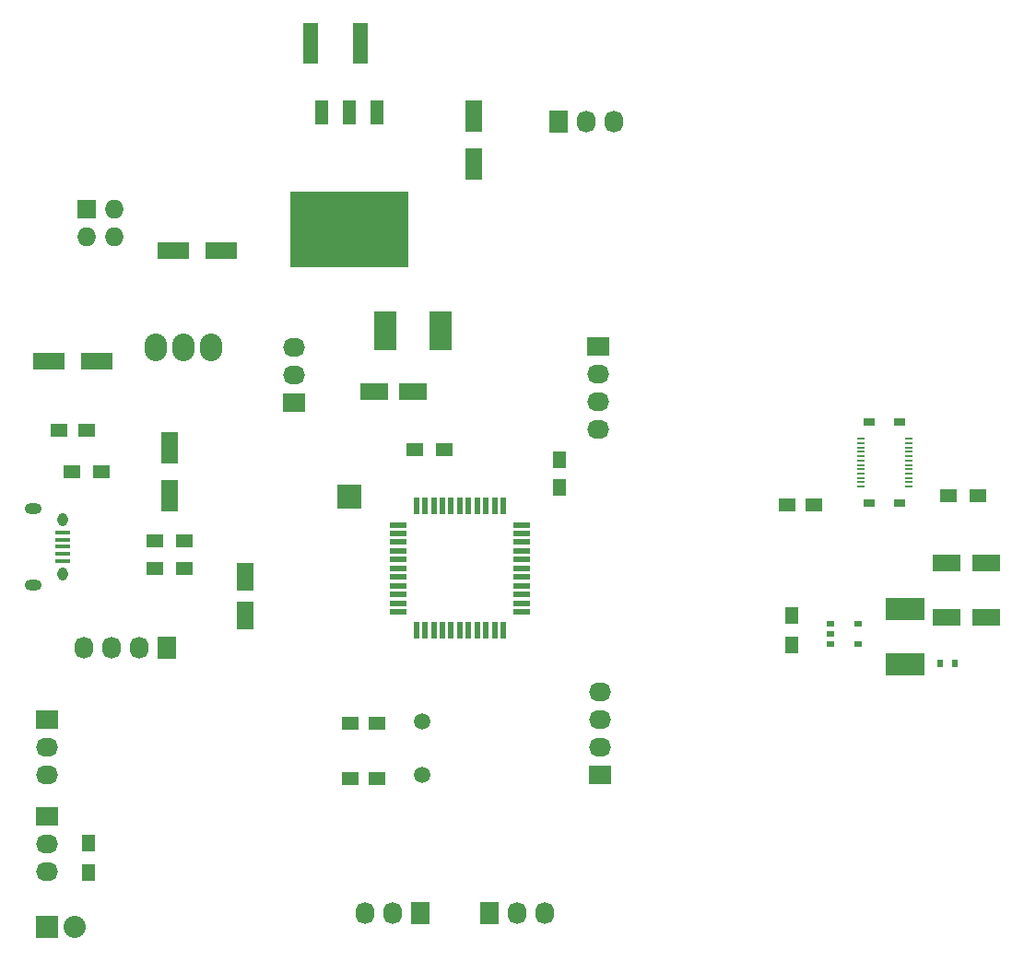
<source format=gts>
G04 #@! TF.FileFunction,Soldermask,Top*
%FSLAX46Y46*%
G04 Gerber Fmt 4.6, Leading zero omitted, Abs format (unit mm)*
G04 Created by KiCad (PCBNEW 0.201501102116+5363~20~ubuntu14.04.1-product) date Wed 21 Jan 2015 18:10:41 CET*
%MOMM*%
G01*
G04 APERTURE LIST*
%ADD10C,0.100000*%
%ADD11R,1.500000X1.250000*%
%ADD12R,1.500000X1.300000*%
%ADD13R,1.250000X1.500000*%
%ADD14R,1.350000X0.400000*%
%ADD15O,0.950000X1.250000*%
%ADD16O,1.550000X1.000000*%
%ADD17R,1.397000X3.810000*%
%ADD18R,0.600000X0.700000*%
%ADD19R,2.032000X3.556000*%
%ADD20R,3.556000X2.032000*%
%ADD21R,2.032000X1.727200*%
%ADD22O,2.032000X1.727200*%
%ADD23R,2.235200X2.235200*%
%ADD24R,1.727200X2.032000*%
%ADD25O,1.727200X2.032000*%
%ADD26R,1.727200X1.727200*%
%ADD27O,1.727200X1.727200*%
%ADD28R,2.032000X2.032000*%
%ADD29O,2.032000X2.032000*%
%ADD30R,1.300000X1.500000*%
%ADD31R,1.143000X2.286000*%
%ADD32R,10.800080X6.997700*%
%ADD33R,1.500000X0.550000*%
%ADD34R,0.550000X1.500000*%
%ADD35R,0.762000X0.508000*%
%ADD36O,2.032000X2.540000*%
%ADD37C,1.501140*%
%ADD38R,2.600960X1.600200*%
%ADD39R,1.600200X2.999740*%
%ADD40R,1.600200X2.600960*%
%ADD41R,2.999740X1.600200*%
%ADD42O,0.800000X0.200000*%
%ADD43R,0.800000X0.200000*%
%ADD44R,1.000000X0.800000*%
G04 APERTURE END LIST*
D10*
D11*
X149158000Y-131508000D03*
X146658000Y-131508000D03*
D12*
X155298000Y-101282000D03*
X152598000Y-101282000D03*
D11*
X149158000Y-126428000D03*
X146658000Y-126428000D03*
X189275000Y-106371500D03*
X186775000Y-106371500D03*
D13*
X165927000Y-104764000D03*
X165927000Y-102264000D03*
D11*
X122432000Y-99504000D03*
X119932000Y-99504000D03*
D14*
X120215000Y-108927000D03*
X120215000Y-109577000D03*
X120215000Y-110227000D03*
X120215000Y-110877000D03*
X120215000Y-111527000D03*
D15*
X120215000Y-107727000D03*
X120215000Y-112727000D03*
D16*
X117515000Y-106727000D03*
X117515000Y-113727000D03*
D17*
X147598000Y-63944000D03*
X143026000Y-63944000D03*
D18*
X200850500Y-120976500D03*
X202250500Y-120976500D03*
D19*
X149884000Y-90360000D03*
X154964000Y-90360000D03*
D20*
X197677000Y-115960000D03*
X197677000Y-121040000D03*
D21*
X118810000Y-135010000D03*
D22*
X118810000Y-137550000D03*
X118810000Y-140090000D03*
D23*
X146582000Y-105600000D03*
D21*
X141502000Y-96964000D03*
D22*
X141502000Y-94424000D03*
X141502000Y-91884000D03*
D21*
X118810000Y-126120000D03*
D22*
X118810000Y-128660000D03*
X118810000Y-131200000D03*
D24*
X165800000Y-71129000D03*
D25*
X168340000Y-71129000D03*
X170880000Y-71129000D03*
D24*
X129810000Y-119500000D03*
D25*
X127270000Y-119500000D03*
X124730000Y-119500000D03*
X122190000Y-119500000D03*
D24*
X153100000Y-143900000D03*
D25*
X150560000Y-143900000D03*
X148020000Y-143900000D03*
D24*
X159450000Y-143900000D03*
D25*
X161990000Y-143900000D03*
X164530000Y-143900000D03*
D26*
X122452000Y-79184000D03*
D27*
X122452000Y-81724000D03*
X124992000Y-79184000D03*
X124992000Y-81724000D03*
D28*
X118810000Y-145170000D03*
D29*
X121350000Y-145170000D03*
D12*
X121102000Y-103314000D03*
X123802000Y-103314000D03*
D30*
X122620000Y-137470000D03*
X122620000Y-140170000D03*
D12*
X131422000Y-109664000D03*
X128722000Y-109664000D03*
X131422000Y-112204000D03*
X128722000Y-112204000D03*
D30*
X187263000Y-116515000D03*
X187263000Y-119215000D03*
D12*
X204297500Y-105546000D03*
X201597500Y-105546000D03*
D31*
X146582000Y-70294000D03*
D32*
X146582000Y-81089000D03*
D31*
X144042000Y-70294000D03*
X149122000Y-70294000D03*
D33*
X151042000Y-108204000D03*
X151042000Y-109004000D03*
X151042000Y-109804000D03*
X151042000Y-110604000D03*
X151042000Y-111404000D03*
X151042000Y-112204000D03*
X151042000Y-113004000D03*
X151042000Y-113804000D03*
X151042000Y-114604000D03*
X151042000Y-115404000D03*
X151042000Y-116204000D03*
D34*
X152742000Y-117904000D03*
X153542000Y-117904000D03*
X154342000Y-117904000D03*
X155142000Y-117904000D03*
X155942000Y-117904000D03*
X156742000Y-117904000D03*
X157542000Y-117904000D03*
X158342000Y-117904000D03*
X159142000Y-117904000D03*
X159942000Y-117904000D03*
X160742000Y-117904000D03*
D33*
X162442000Y-116204000D03*
X162442000Y-115404000D03*
X162442000Y-114604000D03*
X162442000Y-113804000D03*
X162442000Y-113004000D03*
X162442000Y-112204000D03*
X162442000Y-111404000D03*
X162442000Y-110604000D03*
X162442000Y-109804000D03*
X162442000Y-109004000D03*
X162442000Y-108204000D03*
D34*
X160742000Y-106504000D03*
X159942000Y-106504000D03*
X159142000Y-106504000D03*
X158342000Y-106504000D03*
X157542000Y-106504000D03*
X156742000Y-106504000D03*
X155942000Y-106504000D03*
X155142000Y-106504000D03*
X154342000Y-106504000D03*
X153542000Y-106504000D03*
X152742000Y-106504000D03*
D35*
X190819000Y-117293500D03*
X190819000Y-119198500D03*
X193359000Y-117293500D03*
X190819000Y-118246000D03*
X193359000Y-119198500D03*
D36*
X131342000Y-91884000D03*
X128802000Y-91884000D03*
X133882000Y-91884000D03*
D37*
X153242000Y-126273060D03*
X153242000Y-131154940D03*
D38*
X148845140Y-95948000D03*
X152446860Y-95948000D03*
D39*
X130072000Y-105513640D03*
X130072000Y-101114360D03*
D40*
X137057000Y-116544860D03*
X137057000Y-112943140D03*
D39*
X158012000Y-75033640D03*
X158012000Y-70634360D03*
D38*
X201464140Y-116722000D03*
X205065860Y-116722000D03*
X201464140Y-111705500D03*
X205065860Y-111705500D03*
D41*
X134811640Y-82994000D03*
X130412360Y-82994000D03*
X123381640Y-93154000D03*
X118982360Y-93154000D03*
D21*
X169483000Y-91830000D03*
D22*
X169483000Y-94370000D03*
X169483000Y-96910000D03*
X169483000Y-99450000D03*
D21*
X169610000Y-131200000D03*
D22*
X169610000Y-128660000D03*
X169610000Y-126120000D03*
X169610000Y-123580000D03*
D42*
X197972000Y-100298000D03*
D43*
X197972000Y-100698000D03*
X197972000Y-101098000D03*
X197972000Y-101498000D03*
X197972000Y-101898000D03*
X197972000Y-102298000D03*
X197972000Y-102698000D03*
X197972000Y-103098000D03*
X197972000Y-103498000D03*
X197972000Y-103898000D03*
X197972000Y-104298000D03*
X197972000Y-104698000D03*
X193572000Y-104698000D03*
X193572000Y-104298000D03*
X193572000Y-103898000D03*
X193572000Y-103498000D03*
X193572000Y-103098000D03*
X193572000Y-102698000D03*
X193572000Y-102298000D03*
X193572000Y-101898000D03*
X193572000Y-101498000D03*
X193572000Y-101098000D03*
X193572000Y-100698000D03*
X193572000Y-100298000D03*
D44*
X197172000Y-106198000D03*
X194372000Y-106198000D03*
X197172000Y-98798000D03*
X194372000Y-98798000D03*
M02*

</source>
